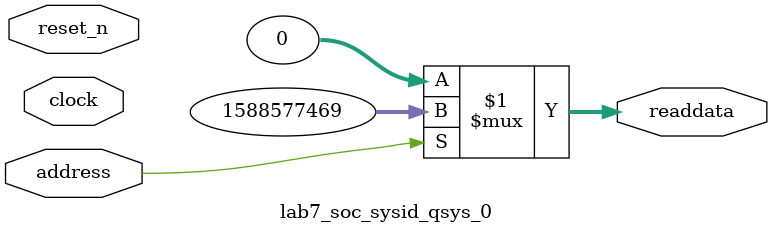
<source format=v>



// synthesis translate_off
`timescale 1ns / 1ps
// synthesis translate_on

// turn off superfluous verilog processor warnings 
// altera message_level Level1 
// altera message_off 10034 10035 10036 10037 10230 10240 10030 

module lab7_soc_sysid_qsys_0 (
               // inputs:
                address,
                clock,
                reset_n,

               // outputs:
                readdata
             )
;

  output  [ 31: 0] readdata;
  input            address;
  input            clock;
  input            reset_n;

  wire    [ 31: 0] readdata;
  //control_slave, which is an e_avalon_slave
  assign readdata = address ? 1588577469 : 0;

endmodule



</source>
